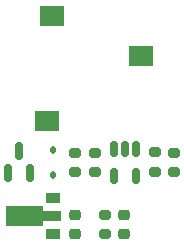
<source format=gbr>
%TF.GenerationSoftware,KiCad,Pcbnew,(7.0.0-0)*%
%TF.CreationDate,2023-02-27T23:59:31-08:00*%
%TF.ProjectId,DEMI_Buffer,44454d49-5f42-4756-9666-65722e6b6963,rev?*%
%TF.SameCoordinates,Original*%
%TF.FileFunction,Paste,Bot*%
%TF.FilePolarity,Positive*%
%FSLAX46Y46*%
G04 Gerber Fmt 4.6, Leading zero omitted, Abs format (unit mm)*
G04 Created by KiCad (PCBNEW (7.0.0-0)) date 2023-02-27 23:59:31*
%MOMM*%
%LPD*%
G01*
G04 APERTURE LIST*
G04 Aperture macros list*
%AMRoundRect*
0 Rectangle with rounded corners*
0 $1 Rounding radius*
0 $2 $3 $4 $5 $6 $7 $8 $9 X,Y pos of 4 corners*
0 Add a 4 corners polygon primitive as box body*
4,1,4,$2,$3,$4,$5,$6,$7,$8,$9,$2,$3,0*
0 Add four circle primitives for the rounded corners*
1,1,$1+$1,$2,$3*
1,1,$1+$1,$4,$5*
1,1,$1+$1,$6,$7*
1,1,$1+$1,$8,$9*
0 Add four rect primitives between the rounded corners*
20,1,$1+$1,$2,$3,$4,$5,0*
20,1,$1+$1,$4,$5,$6,$7,0*
20,1,$1+$1,$6,$7,$8,$9,0*
20,1,$1+$1,$8,$9,$2,$3,0*%
%AMFreePoly0*
4,1,9,3.862500,-0.866500,0.737500,-0.866500,0.737500,-0.450000,-0.737500,-0.450000,-0.737500,0.450000,0.737500,0.450000,0.737500,0.866500,3.862500,0.866500,3.862500,-0.866500,3.862500,-0.866500,$1*%
G04 Aperture macros list end*
%ADD10R,2.100000X1.800000*%
%ADD11RoundRect,0.200000X-0.275000X0.200000X-0.275000X-0.200000X0.275000X-0.200000X0.275000X0.200000X0*%
%ADD12RoundRect,0.200000X0.275000X-0.200000X0.275000X0.200000X-0.275000X0.200000X-0.275000X-0.200000X0*%
%ADD13R,1.300000X0.900000*%
%ADD14FreePoly0,180.000000*%
%ADD15RoundRect,0.112500X0.112500X-0.187500X0.112500X0.187500X-0.112500X0.187500X-0.112500X-0.187500X0*%
%ADD16RoundRect,0.150000X0.150000X-0.587500X0.150000X0.587500X-0.150000X0.587500X-0.150000X-0.587500X0*%
%ADD17RoundRect,0.150000X-0.150000X0.512500X-0.150000X-0.512500X0.150000X-0.512500X0.150000X0.512500X0*%
%ADD18RoundRect,0.225000X0.250000X-0.225000X0.250000X0.225000X-0.250000X0.225000X-0.250000X-0.225000X0*%
%ADD19RoundRect,0.225000X-0.250000X0.225000X-0.250000X-0.225000X0.250000X-0.225000X0.250000X0.225000X0*%
G04 APERTURE END LIST*
D10*
%TO.C,J1*%
X141029999Y-88809999D03*
X140629999Y-97709999D03*
X148529999Y-92209999D03*
%TD*%
D11*
%TO.C,R4*%
X144653000Y-100394000D03*
X144653000Y-102044000D03*
%TD*%
D12*
%TO.C,R1*%
X151384000Y-102044000D03*
X151384000Y-100394000D03*
%TD*%
%TO.C,R2*%
X149733000Y-102018600D03*
X149733000Y-100368600D03*
%TD*%
D13*
%TO.C,U2*%
X141141999Y-104265599D03*
D14*
X141054500Y-105765600D03*
D13*
X141141999Y-107265599D03*
%TD*%
D15*
%TO.C,D1*%
X141097000Y-102303000D03*
X141097000Y-100203000D03*
%TD*%
D16*
%TO.C,Q1*%
X139187000Y-102156500D03*
X137287000Y-102156500D03*
X138237000Y-100281500D03*
%TD*%
D11*
%TO.C,R3*%
X143002000Y-100394000D03*
X143002000Y-102044000D03*
%TD*%
D17*
%TO.C,U3*%
X146243000Y-100081500D03*
X147193000Y-100081500D03*
X148143000Y-100081500D03*
X148143000Y-102356500D03*
X146243000Y-102356500D03*
%TD*%
D18*
%TO.C,C2*%
X143002000Y-107251800D03*
X143002000Y-105701800D03*
%TD*%
D11*
%TO.C,R5*%
X145491200Y-105651800D03*
X145491200Y-107301800D03*
%TD*%
D19*
%TO.C,C1*%
X147116800Y-105701800D03*
X147116800Y-107251800D03*
%TD*%
M02*

</source>
